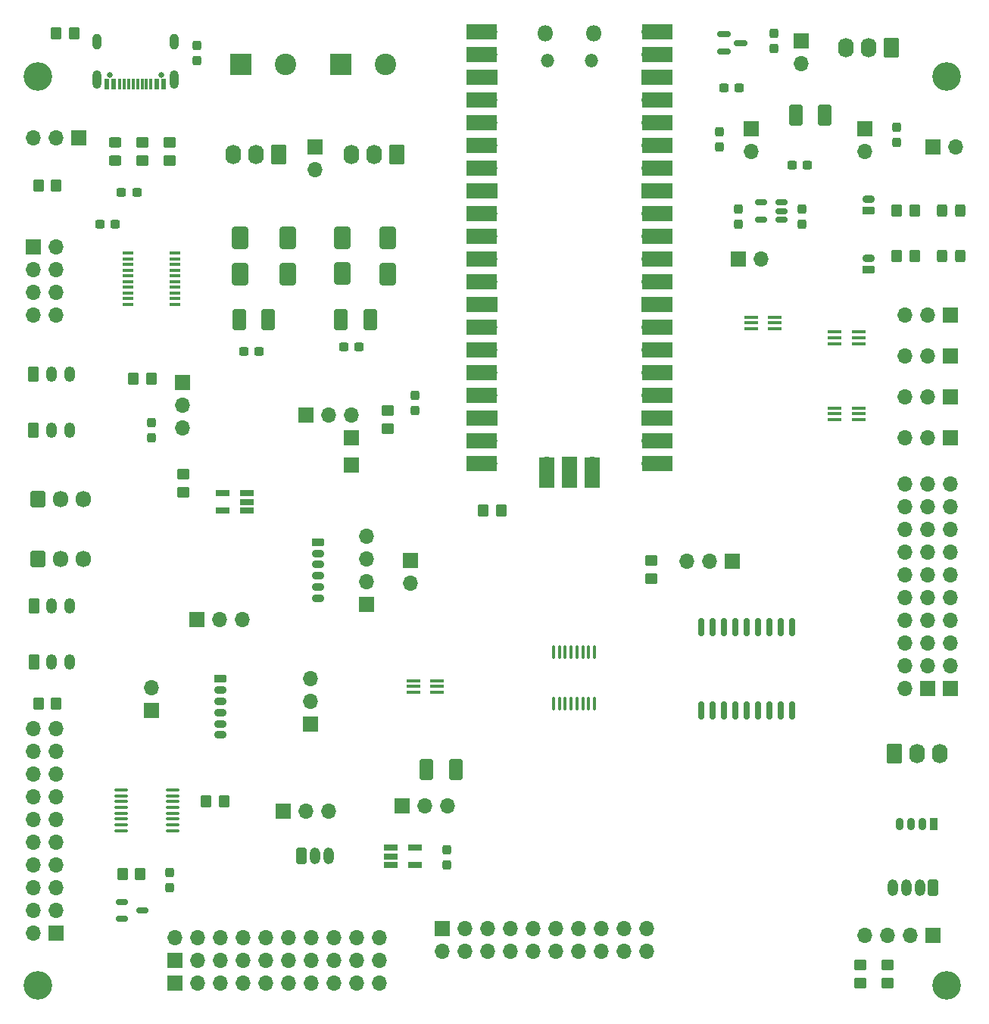
<source format=gbr>
%TF.GenerationSoftware,KiCad,Pcbnew,7.0.2*%
%TF.CreationDate,2024-12-03T13:42:34-08:00*%
%TF.ProjectId,AA_P_CtrlBd,41415f50-5f43-4747-926c-42642e6b6963,1.0*%
%TF.SameCoordinates,Original*%
%TF.FileFunction,Soldermask,Top*%
%TF.FilePolarity,Negative*%
%FSLAX46Y46*%
G04 Gerber Fmt 4.6, Leading zero omitted, Abs format (unit mm)*
G04 Created by KiCad (PCBNEW 7.0.2) date 2024-12-03 13:42:34*
%MOMM*%
%LPD*%
G01*
G04 APERTURE LIST*
G04 Aperture macros list*
%AMRoundRect*
0 Rectangle with rounded corners*
0 $1 Rounding radius*
0 $2 $3 $4 $5 $6 $7 $8 $9 X,Y pos of 4 corners*
0 Add a 4 corners polygon primitive as box body*
4,1,4,$2,$3,$4,$5,$6,$7,$8,$9,$2,$3,0*
0 Add four circle primitives for the rounded corners*
1,1,$1+$1,$2,$3*
1,1,$1+$1,$4,$5*
1,1,$1+$1,$6,$7*
1,1,$1+$1,$8,$9*
0 Add four rect primitives between the rounded corners*
20,1,$1+$1,$2,$3,$4,$5,0*
20,1,$1+$1,$4,$5,$6,$7,0*
20,1,$1+$1,$6,$7,$8,$9,0*
20,1,$1+$1,$8,$9,$2,$3,0*%
G04 Aperture macros list end*
%ADD10RoundRect,0.237500X-0.300000X-0.237500X0.300000X-0.237500X0.300000X0.237500X-0.300000X0.237500X0*%
%ADD11R,1.700000X1.700000*%
%ADD12O,1.700000X1.700000*%
%ADD13RoundRect,0.250000X-0.620000X-0.845000X0.620000X-0.845000X0.620000X0.845000X-0.620000X0.845000X0*%
%ADD14O,1.740000X2.190000*%
%ADD15RoundRect,0.225000X0.475000X-0.225000X0.475000X0.225000X-0.475000X0.225000X-0.475000X-0.225000X0*%
%ADD16O,1.400000X0.900000*%
%ADD17RoundRect,0.225000X0.225000X0.475000X-0.225000X0.475000X-0.225000X-0.475000X0.225000X-0.475000X0*%
%ADD18O,0.900000X1.400000*%
%ADD19RoundRect,0.250000X0.335000X0.685000X-0.335000X0.685000X-0.335000X-0.685000X0.335000X-0.685000X0*%
%ADD20O,1.170000X1.870000*%
%ADD21RoundRect,0.250000X0.620000X0.845000X-0.620000X0.845000X-0.620000X-0.845000X0.620000X-0.845000X0*%
%ADD22RoundRect,0.225000X-0.475000X0.225000X-0.475000X-0.225000X0.475000X-0.225000X0.475000X0.225000X0*%
%ADD23C,0.650000*%
%ADD24R,0.600000X1.150000*%
%ADD25R,0.300000X1.150000*%
%ADD26O,1.000000X1.800000*%
%ADD27O,1.000000X2.100000*%
%ADD28RoundRect,0.250000X-0.335000X-0.685000X0.335000X-0.685000X0.335000X0.685000X-0.335000X0.685000X0*%
%ADD29R,2.400000X2.400000*%
%ADD30C,2.400000*%
%ADD31RoundRect,0.250000X-0.350000X-0.625000X0.350000X-0.625000X0.350000X0.625000X-0.350000X0.625000X0*%
%ADD32O,1.200000X1.750000*%
%ADD33O,1.700000X1.850000*%
%ADD34RoundRect,0.250000X-0.600000X-0.675000X0.600000X-0.675000X0.600000X0.675000X-0.600000X0.675000X0*%
%ADD35RoundRect,0.250000X0.325000X0.450000X-0.325000X0.450000X-0.325000X-0.450000X0.325000X-0.450000X0*%
%ADD36RoundRect,0.250000X0.450000X-0.350000X0.450000X0.350000X-0.450000X0.350000X-0.450000X-0.350000X0*%
%ADD37RoundRect,0.237500X-0.237500X0.300000X-0.237500X-0.300000X0.237500X-0.300000X0.237500X0.300000X0*%
%ADD38RoundRect,0.250000X-0.350000X-0.450000X0.350000X-0.450000X0.350000X0.450000X-0.350000X0.450000X0*%
%ADD39RoundRect,0.250001X-0.499999X-0.924999X0.499999X-0.924999X0.499999X0.924999X-0.499999X0.924999X0*%
%ADD40RoundRect,0.150000X-0.587500X-0.150000X0.587500X-0.150000X0.587500X0.150000X-0.587500X0.150000X0*%
%ADD41R,1.500000X0.400000*%
%ADD42RoundRect,0.250000X0.350000X0.450000X-0.350000X0.450000X-0.350000X-0.450000X0.350000X-0.450000X0*%
%ADD43RoundRect,0.250000X-0.650000X1.000000X-0.650000X-1.000000X0.650000X-1.000000X0.650000X1.000000X0*%
%ADD44RoundRect,0.237500X0.237500X-0.300000X0.237500X0.300000X-0.237500X0.300000X-0.237500X-0.300000X0*%
%ADD45C,3.200000*%
%ADD46RoundRect,0.150000X0.512500X0.150000X-0.512500X0.150000X-0.512500X-0.150000X0.512500X-0.150000X0*%
%ADD47R,1.560000X0.650000*%
%ADD48RoundRect,0.150000X-0.512500X-0.150000X0.512500X-0.150000X0.512500X0.150000X-0.512500X0.150000X0*%
%ADD49RoundRect,0.100000X-0.100000X0.637500X-0.100000X-0.637500X0.100000X-0.637500X0.100000X0.637500X0*%
%ADD50RoundRect,0.250000X-0.450000X0.350000X-0.450000X-0.350000X0.450000X-0.350000X0.450000X0.350000X0*%
%ADD51O,1.800000X1.800000*%
%ADD52O,1.500000X1.500000*%
%ADD53R,3.500000X1.700000*%
%ADD54R,1.700000X3.500000*%
%ADD55RoundRect,0.150000X0.150000X-0.875000X0.150000X0.875000X-0.150000X0.875000X-0.150000X-0.875000X0*%
%ADD56RoundRect,0.250000X-0.450000X0.325000X-0.450000X-0.325000X0.450000X-0.325000X0.450000X0.325000X0*%
%ADD57R,1.200000X0.400000*%
%ADD58RoundRect,0.237500X0.300000X0.237500X-0.300000X0.237500X-0.300000X-0.237500X0.300000X-0.237500X0*%
%ADD59RoundRect,0.100000X0.637500X0.100000X-0.637500X0.100000X-0.637500X-0.100000X0.637500X-0.100000X0*%
G04 APERTURE END LIST*
D10*
%TO.C,C11*%
X102555500Y-53848000D03*
X104280500Y-53848000D03*
%TD*%
D11*
%TO.C,SPARE1*%
X108503000Y-142240000D03*
D12*
X111043000Y-142240000D03*
X113583000Y-142240000D03*
X116123000Y-142240000D03*
X118663000Y-142240000D03*
X121203000Y-142240000D03*
X123743000Y-142240000D03*
X126283000Y-142240000D03*
X128823000Y-142240000D03*
X131363000Y-142240000D03*
%TD*%
D11*
%TO.C,SPARE2*%
X108503000Y-139700000D03*
D12*
X108503000Y-137160000D03*
X111043000Y-139700000D03*
X111043000Y-137160000D03*
X113583000Y-139700000D03*
X113583000Y-137160000D03*
X116123000Y-139700000D03*
X116123000Y-137160000D03*
X118663000Y-139700000D03*
X118663000Y-137160000D03*
X121203000Y-139700000D03*
X121203000Y-137160000D03*
X123743000Y-139700000D03*
X123743000Y-137160000D03*
X126283000Y-139700000D03*
X126283000Y-137160000D03*
X128823000Y-139700000D03*
X128823000Y-137160000D03*
X131363000Y-139700000D03*
X131363000Y-137160000D03*
%TD*%
D13*
%TO.C,J38*%
X189016000Y-116606000D03*
D14*
X191556000Y-116606000D03*
X194096000Y-116606000D03*
%TD*%
D11*
%TO.C,J37*%
X195239000Y-109347000D03*
D12*
X195239000Y-106807000D03*
X195239000Y-104267000D03*
X195239000Y-101727000D03*
X195239000Y-99187000D03*
X195239000Y-96647000D03*
X195239000Y-94107000D03*
X195239000Y-91567000D03*
X195239000Y-89027000D03*
X195239000Y-86487000D03*
%TD*%
D15*
%TO.C,J36*%
X186095000Y-55880000D03*
D16*
X186095000Y-54630000D03*
%TD*%
D15*
%TO.C,J35*%
X186095000Y-62484000D03*
D16*
X186095000Y-61234000D03*
%TD*%
D11*
%TO.C,J34*%
X192699000Y-109347000D03*
D12*
X190159000Y-109347000D03*
X192699000Y-106807000D03*
X190159000Y-106807000D03*
X192699000Y-104267000D03*
X190159000Y-104267000D03*
X192699000Y-101727000D03*
X190159000Y-101727000D03*
X192699000Y-99187000D03*
X190159000Y-99187000D03*
X192699000Y-96647000D03*
X190159000Y-96647000D03*
X192699000Y-94107000D03*
X190159000Y-94107000D03*
X192699000Y-91567000D03*
X190159000Y-91567000D03*
X192699000Y-89027000D03*
X190159000Y-89027000D03*
X192699000Y-86487000D03*
X190159000Y-86487000D03*
%TD*%
D11*
%TO.C,J33*%
X195239000Y-67564000D03*
D12*
X192699000Y-67564000D03*
X190159000Y-67564000D03*
%TD*%
D11*
%TO.C,J32*%
X195239000Y-72136000D03*
D12*
X192699000Y-72136000D03*
X190159000Y-72136000D03*
%TD*%
D11*
%TO.C,J29*%
X138419200Y-136144000D03*
D12*
X138419200Y-138684000D03*
X140959200Y-136144000D03*
X140959200Y-138684000D03*
X143499200Y-136144000D03*
X143499200Y-138684000D03*
X146039200Y-136144000D03*
X146039200Y-138684000D03*
X148579200Y-136144000D03*
X148579200Y-138684000D03*
X151119200Y-136144000D03*
X151119200Y-138684000D03*
X153659200Y-136144000D03*
X153659200Y-138684000D03*
X156199200Y-136144000D03*
X156199200Y-138684000D03*
X158739200Y-136144000D03*
X158739200Y-138684000D03*
X161279200Y-136144000D03*
X161279200Y-138684000D03*
%TD*%
D17*
%TO.C,J28*%
X193348173Y-124502976D03*
D18*
X192098173Y-124502976D03*
X190848173Y-124502976D03*
X189598173Y-124502976D03*
%TD*%
D19*
%TO.C,J27*%
X193334000Y-131572000D03*
D20*
X191834000Y-131572000D03*
X190334000Y-131572000D03*
X188834000Y-131572000D03*
%TD*%
D11*
%TO.C,J26*%
X193334000Y-136906000D03*
D12*
X190794000Y-136906000D03*
X188254000Y-136906000D03*
X185714000Y-136906000D03*
%TD*%
D21*
%TO.C,J25*%
X188635000Y-37719000D03*
D14*
X186095000Y-37719000D03*
X183555000Y-37719000D03*
%TD*%
D11*
%TO.C,J24*%
X185714000Y-46736000D03*
D12*
X185714000Y-49276000D03*
%TD*%
D11*
%TO.C,J23*%
X173014000Y-46736000D03*
D12*
X173014000Y-49276000D03*
%TD*%
D11*
%TO.C,J22*%
X123738000Y-113269000D03*
D12*
X123738000Y-110729000D03*
X123738000Y-108189000D03*
%TD*%
D22*
%TO.C,J21*%
X113586000Y-108254000D03*
D16*
X113586000Y-109504000D03*
X113586000Y-110754000D03*
X113586000Y-112004000D03*
X113586000Y-113254000D03*
X113586000Y-114504000D03*
%TD*%
D11*
%TO.C,J20*%
X178602000Y-36957000D03*
D12*
X178602000Y-39497000D03*
%TD*%
D23*
%TO.C,J19*%
X107003156Y-40707242D03*
X101223156Y-40707242D03*
D24*
X107313156Y-41782242D03*
X106513156Y-41782242D03*
D25*
X105363156Y-41782242D03*
X104363156Y-41782242D03*
X103863156Y-41782242D03*
X102863156Y-41782242D03*
D24*
X100913156Y-41782242D03*
X101713156Y-41782242D03*
D25*
X102363156Y-41782242D03*
X103363156Y-41782242D03*
X104863156Y-41782242D03*
X105863156Y-41782242D03*
D26*
X108433156Y-37027242D03*
X99793156Y-37027242D03*
D27*
X108433156Y-41207242D03*
X99793156Y-41207242D03*
%TD*%
D11*
%TO.C,J18*%
X128310000Y-84328000D03*
%TD*%
%TO.C,J17*%
X128310000Y-81280000D03*
%TD*%
D22*
%TO.C,J16*%
X124507909Y-92950805D03*
D16*
X124507909Y-94200805D03*
X124507909Y-95450805D03*
X124507909Y-96700805D03*
X124507909Y-97950805D03*
X124507909Y-99200805D03*
%TD*%
D12*
%TO.C,J15*%
X95285000Y-67564000D03*
X92745000Y-67564000D03*
X95285000Y-65024000D03*
X92745000Y-65024000D03*
X95285000Y-62484000D03*
X92745000Y-62484000D03*
X95285000Y-59944000D03*
D11*
X92745000Y-59944000D03*
%TD*%
%TO.C,J14*%
X129961000Y-99949000D03*
D12*
X129961000Y-97409000D03*
X129961000Y-94869000D03*
X129961000Y-92329000D03*
%TD*%
D28*
%TO.C,J13*%
X122722000Y-128016000D03*
D20*
X124222000Y-128016000D03*
X125722000Y-128016000D03*
%TD*%
D11*
%TO.C,J12*%
X95290000Y-136652000D03*
D12*
X92750000Y-136652000D03*
X95290000Y-134112000D03*
X92750000Y-134112000D03*
X95290000Y-131572000D03*
X92750000Y-131572000D03*
X95290000Y-129032000D03*
X92750000Y-129032000D03*
X95290000Y-126492000D03*
X92750000Y-126492000D03*
X95290000Y-123952000D03*
X92750000Y-123952000D03*
X95290000Y-121412000D03*
X92750000Y-121412000D03*
X95290000Y-118872000D03*
X92750000Y-118872000D03*
X95290000Y-116332000D03*
X92750000Y-116332000D03*
X95290000Y-113792000D03*
X92750000Y-113792000D03*
%TD*%
D21*
%TO.C,J11*%
X133390000Y-49637000D03*
D14*
X130850000Y-49637000D03*
X128310000Y-49637000D03*
%TD*%
D21*
%TO.C,J10*%
X120182000Y-49637000D03*
D14*
X117642000Y-49637000D03*
X115102000Y-49637000D03*
%TD*%
D11*
%TO.C,J9*%
X120690000Y-123063000D03*
D12*
X123230000Y-123063000D03*
X125770000Y-123063000D03*
%TD*%
D29*
%TO.C,J8*%
X127080000Y-39578000D03*
D30*
X132080000Y-39578000D03*
%TD*%
D29*
%TO.C,J7*%
X115904000Y-39578000D03*
D30*
X120904000Y-39578000D03*
%TD*%
D31*
%TO.C,J6*%
X92782000Y-106384000D03*
D32*
X94782000Y-106384000D03*
X96782000Y-106384000D03*
%TD*%
%TO.C,J5*%
X96782000Y-100100800D03*
X94782000Y-100100800D03*
D31*
X92782000Y-100100800D03*
%TD*%
D33*
%TO.C,J3*%
X98258000Y-88134400D03*
X95758000Y-88134400D03*
D34*
X93258000Y-88134400D03*
%TD*%
D32*
%TO.C,J2*%
X96750000Y-80451200D03*
X94750000Y-80451200D03*
D31*
X92750000Y-80451200D03*
%TD*%
D35*
%TO.C,D7*%
X196351000Y-55880000D03*
X194301000Y-55880000D03*
%TD*%
D36*
%TO.C,R7*%
X132334000Y-80264000D03*
X132334000Y-78264000D03*
%TD*%
D11*
%TO.C,JP4*%
X171570709Y-61333099D03*
D12*
X174110709Y-61333099D03*
%TD*%
D11*
%TO.C,JP2*%
X134914000Y-94991000D03*
D12*
X134914000Y-97531000D03*
%TD*%
D37*
%TO.C,C10*%
X110998000Y-37391000D03*
X110998000Y-39116000D03*
%TD*%
D38*
%TO.C,R11*%
X103918000Y-74676000D03*
X105918000Y-74676000D03*
%TD*%
%TO.C,R4*%
X95282000Y-36068000D03*
X97282000Y-36068000D03*
%TD*%
D39*
%TO.C,C22*%
X177953000Y-45212000D03*
X181203000Y-45212000D03*
%TD*%
D40*
%TO.C,Q1*%
X169926000Y-36200000D03*
X169926000Y-38100000D03*
X171801000Y-37150000D03*
%TD*%
D41*
%TO.C,U10*%
X182312000Y-69454000D03*
X182312000Y-70104000D03*
X182312000Y-70754000D03*
X184972000Y-70754000D03*
X184972000Y-70104000D03*
X184972000Y-69454000D03*
%TD*%
D42*
%TO.C,R5*%
X114046000Y-121920000D03*
X112046000Y-121920000D03*
%TD*%
D43*
%TO.C,D5*%
X132334000Y-58960000D03*
X132334000Y-62960000D03*
%TD*%
D10*
%TO.C,C5*%
X127407500Y-71120000D03*
X129132500Y-71120000D03*
%TD*%
D11*
%TO.C,OP6*%
X170840000Y-95123000D03*
D12*
X168300000Y-95123000D03*
X165760000Y-95123000D03*
%TD*%
D42*
%TO.C,R2*%
X95274000Y-110998000D03*
X93274000Y-110998000D03*
%TD*%
D11*
%TO.C,OP3*%
X109387000Y-75072000D03*
D12*
X109387000Y-77612000D03*
X109387000Y-80152000D03*
%TD*%
D11*
%TO.C,OP2*%
X123179820Y-78741539D03*
D12*
X125719820Y-78741539D03*
X128259820Y-78741539D03*
%TD*%
D44*
%TO.C,C18*%
X171570000Y-57404000D03*
X171570000Y-55679000D03*
%TD*%
D45*
%TO.C,H4*%
X93218000Y-40894000D03*
%TD*%
D46*
%TO.C,U6*%
X176385000Y-56896000D03*
X176385000Y-55946000D03*
X176385000Y-54996000D03*
X174110000Y-54996000D03*
X174110000Y-56896000D03*
%TD*%
D37*
%TO.C,C8*%
X138914000Y-127307000D03*
X138914000Y-129032000D03*
%TD*%
D35*
%TO.C,D6*%
X196360000Y-60960000D03*
X194310000Y-60960000D03*
%TD*%
D36*
%TO.C,R3*%
X109474000Y-87344000D03*
X109474000Y-85344000D03*
%TD*%
D47*
%TO.C,U2*%
X116586000Y-89408000D03*
X116586000Y-88458000D03*
X116586000Y-87508000D03*
X113886000Y-87508000D03*
X113886000Y-89408000D03*
%TD*%
D48*
%TO.C,D3*%
X102627000Y-133162000D03*
X102627000Y-135062000D03*
X104902000Y-134112000D03*
%TD*%
D11*
%TO.C,JP1*%
X124246000Y-48763000D03*
D12*
X124246000Y-51303000D03*
%TD*%
D11*
%TO.C,JP3*%
X105958000Y-111760000D03*
D12*
X105958000Y-109220000D03*
%TD*%
D42*
%TO.C,R10*%
X145018000Y-89408000D03*
X143018000Y-89408000D03*
%TD*%
D49*
%TO.C,U7*%
X155437000Y-105241500D03*
X154787000Y-105241500D03*
X154137000Y-105241500D03*
X153487000Y-105241500D03*
X152837000Y-105241500D03*
X152187000Y-105241500D03*
X151537000Y-105241500D03*
X150887000Y-105241500D03*
X150887000Y-110966500D03*
X151537000Y-110966500D03*
X152187000Y-110966500D03*
X152837000Y-110966500D03*
X153487000Y-110966500D03*
X154137000Y-110966500D03*
X154787000Y-110966500D03*
X155437000Y-110966500D03*
%TD*%
D33*
%TO.C,J4*%
X98258000Y-94817600D03*
X95758000Y-94817600D03*
D34*
X93258000Y-94817600D03*
%TD*%
D11*
%TO.C,OP4*%
X97815000Y-47752000D03*
D12*
X95275000Y-47752000D03*
X92735000Y-47752000D03*
%TD*%
D50*
%TO.C,R6*%
X104902000Y-48292000D03*
X104902000Y-50292000D03*
%TD*%
D11*
%TO.C,OP1*%
X133913000Y-122428000D03*
D12*
X136453000Y-122428000D03*
X138993000Y-122428000D03*
%TD*%
D39*
%TO.C,C1*%
X115722500Y-68072000D03*
X118972500Y-68072000D03*
%TD*%
D38*
%TO.C,R1*%
X102659000Y-130048000D03*
X104659000Y-130048000D03*
%TD*%
D37*
%TO.C,C19*%
X169418000Y-47043000D03*
X169418000Y-48768000D03*
%TD*%
D47*
%TO.C,U4*%
X132658000Y-127132000D03*
X132658000Y-128082000D03*
X132658000Y-129032000D03*
X135358000Y-129032000D03*
X135358000Y-127132000D03*
%TD*%
D10*
%TO.C,C16*%
X169926000Y-42164000D03*
X171651000Y-42164000D03*
%TD*%
D11*
%TO.C,J30*%
X195239000Y-81280000D03*
D12*
X192699000Y-81280000D03*
X190159000Y-81280000D03*
%TD*%
D11*
%TO.C,J31*%
X195239000Y-76708000D03*
D12*
X192699000Y-76708000D03*
X190159000Y-76708000D03*
%TD*%
D51*
%TO.C,U5*%
X149929000Y-36072000D03*
D52*
X150229000Y-39102000D03*
X155079000Y-39102000D03*
D51*
X155379000Y-36072000D03*
D12*
X143764000Y-35942000D03*
D53*
X142864000Y-35942000D03*
D12*
X143764000Y-38482000D03*
D53*
X142864000Y-38482000D03*
D11*
X143764000Y-41022000D03*
D53*
X142864000Y-41022000D03*
D12*
X143764000Y-43562000D03*
D53*
X142864000Y-43562000D03*
D12*
X143764000Y-46102000D03*
D53*
X142864000Y-46102000D03*
D12*
X143764000Y-48642000D03*
D53*
X142864000Y-48642000D03*
D12*
X143764000Y-51182000D03*
D53*
X142864000Y-51182000D03*
D11*
X143764000Y-53722000D03*
D53*
X142864000Y-53722000D03*
D12*
X143764000Y-56262000D03*
D53*
X142864000Y-56262000D03*
D12*
X143764000Y-58802000D03*
D53*
X142864000Y-58802000D03*
D12*
X143764000Y-61342000D03*
D53*
X142864000Y-61342000D03*
D12*
X143764000Y-63882000D03*
D53*
X142864000Y-63882000D03*
D11*
X143764000Y-66422000D03*
D53*
X142864000Y-66422000D03*
D12*
X143764000Y-68962000D03*
D53*
X142864000Y-68962000D03*
D12*
X143764000Y-71502000D03*
D53*
X142864000Y-71502000D03*
D12*
X143764000Y-74042000D03*
D53*
X142864000Y-74042000D03*
D12*
X143764000Y-76582000D03*
D53*
X142864000Y-76582000D03*
D11*
X143764000Y-79122000D03*
D53*
X142864000Y-79122000D03*
D12*
X143764000Y-81662000D03*
D53*
X142864000Y-81662000D03*
D12*
X143764000Y-84202000D03*
D53*
X142864000Y-84202000D03*
D12*
X161544000Y-84202000D03*
D53*
X162444000Y-84202000D03*
D12*
X161544000Y-81662000D03*
D53*
X162444000Y-81662000D03*
D11*
X161544000Y-79122000D03*
D53*
X162444000Y-79122000D03*
D12*
X161544000Y-76582000D03*
D53*
X162444000Y-76582000D03*
D12*
X161544000Y-74042000D03*
D53*
X162444000Y-74042000D03*
D12*
X161544000Y-71502000D03*
D53*
X162444000Y-71502000D03*
D12*
X161544000Y-68962000D03*
D53*
X162444000Y-68962000D03*
D11*
X161544000Y-66422000D03*
D53*
X162444000Y-66422000D03*
D12*
X161544000Y-63882000D03*
D53*
X162444000Y-63882000D03*
D12*
X161544000Y-61342000D03*
D53*
X162444000Y-61342000D03*
D12*
X161544000Y-58802000D03*
D53*
X162444000Y-58802000D03*
D12*
X161544000Y-56262000D03*
D53*
X162444000Y-56262000D03*
D11*
X161544000Y-53722000D03*
D53*
X162444000Y-53722000D03*
D12*
X161544000Y-51182000D03*
D53*
X162444000Y-51182000D03*
D12*
X161544000Y-48642000D03*
D53*
X162444000Y-48642000D03*
D12*
X161544000Y-46102000D03*
D53*
X162444000Y-46102000D03*
D12*
X161544000Y-43562000D03*
D53*
X162444000Y-43562000D03*
D11*
X161544000Y-41022000D03*
D53*
X162444000Y-41022000D03*
D12*
X161544000Y-38482000D03*
D53*
X162444000Y-38482000D03*
D12*
X161544000Y-35942000D03*
D53*
X162444000Y-35942000D03*
D12*
X150118000Y-84242000D03*
D54*
X150118000Y-85142000D03*
D11*
X152658000Y-84242000D03*
D54*
X152658000Y-85142000D03*
D12*
X155198000Y-84242000D03*
D54*
X155198000Y-85142000D03*
%TD*%
D55*
%TO.C,U9*%
X167386000Y-111760000D03*
X168656000Y-111760000D03*
X169926000Y-111760000D03*
X171196000Y-111760000D03*
X172466000Y-111760000D03*
X173736000Y-111760000D03*
X175006000Y-111760000D03*
X176276000Y-111760000D03*
X177546000Y-111760000D03*
X177546000Y-102460000D03*
X176276000Y-102460000D03*
X175006000Y-102460000D03*
X173736000Y-102460000D03*
X172466000Y-102460000D03*
X171196000Y-102460000D03*
X169926000Y-102460000D03*
X168656000Y-102460000D03*
X167386000Y-102460000D03*
%TD*%
D50*
%TO.C,R13*%
X185166000Y-140224000D03*
X185166000Y-142224000D03*
%TD*%
D11*
%TO.C,OP5*%
X110974912Y-101610729D03*
D12*
X113514912Y-101610729D03*
X116054912Y-101610729D03*
%TD*%
D44*
%TO.C,C3*%
X107961000Y-131572000D03*
X107961000Y-129847000D03*
%TD*%
D45*
%TO.C,H2*%
X194818000Y-142494000D03*
%TD*%
D44*
%TO.C,C9*%
X135382000Y-78232000D03*
X135382000Y-76507000D03*
%TD*%
D56*
%TO.C,L1*%
X101854000Y-48242000D03*
X101854000Y-50292000D03*
%TD*%
D43*
%TO.C,D4*%
X121158000Y-58960000D03*
X121158000Y-62960000D03*
%TD*%
D50*
%TO.C,R8*%
X107950000Y-48292000D03*
X107950000Y-50292000D03*
%TD*%
D39*
%TO.C,C2*%
X127100500Y-68072000D03*
X130350500Y-68072000D03*
%TD*%
D36*
%TO.C,R14*%
X161798000Y-97028000D03*
X161798000Y-95028000D03*
%TD*%
D10*
%TO.C,C17*%
X177546000Y-50800000D03*
X179271000Y-50800000D03*
%TD*%
D43*
%TO.C,D2*%
X127254000Y-58928000D03*
X127254000Y-62928000D03*
%TD*%
D44*
%TO.C,C14*%
X178682000Y-57404000D03*
X178682000Y-55679000D03*
%TD*%
D57*
%TO.C,U3*%
X103318000Y-60642500D03*
X103318000Y-61277500D03*
X103318000Y-61912500D03*
X103318000Y-62547500D03*
X103318000Y-63182500D03*
X103318000Y-63817500D03*
X103318000Y-64452500D03*
X103318000Y-65087500D03*
X103318000Y-65722500D03*
X103318000Y-66357500D03*
X108518000Y-66357500D03*
X108518000Y-65722500D03*
X108518000Y-65087500D03*
X108518000Y-64452500D03*
X108518000Y-63817500D03*
X108518000Y-63182500D03*
X108518000Y-62547500D03*
X108518000Y-61912500D03*
X108518000Y-61277500D03*
X108518000Y-60642500D03*
%TD*%
D41*
%TO.C,U12*%
X137832000Y-109728000D03*
X137832000Y-109078000D03*
X137832000Y-108428000D03*
X135172000Y-108428000D03*
X135172000Y-109078000D03*
X135172000Y-109728000D03*
%TD*%
D45*
%TO.C,H3*%
X194818000Y-40894000D03*
%TD*%
D41*
%TO.C,U8*%
X172974000Y-67788000D03*
X172974000Y-68438000D03*
X172974000Y-69088000D03*
X175634000Y-69088000D03*
X175634000Y-68438000D03*
X175634000Y-67788000D03*
%TD*%
D11*
%TO.C,JP5*%
X193329000Y-48768000D03*
D12*
X195869000Y-48768000D03*
%TD*%
D44*
%TO.C,C20*%
X105918000Y-81280000D03*
X105918000Y-79555000D03*
%TD*%
D42*
%TO.C,R16*%
X191221000Y-55880000D03*
X189221000Y-55880000D03*
%TD*%
D45*
%TO.C,H1*%
X93218000Y-142494000D03*
%TD*%
D43*
%TO.C,D1*%
X115787500Y-58960000D03*
X115787500Y-62960000D03*
%TD*%
D42*
%TO.C,R15*%
X191262000Y-60960000D03*
X189262000Y-60960000D03*
%TD*%
D58*
%TO.C,C12*%
X101894000Y-57404000D03*
X100169000Y-57404000D03*
%TD*%
D37*
%TO.C,C13*%
X175514000Y-36068000D03*
X175514000Y-37793000D03*
%TD*%
D50*
%TO.C,R12*%
X188214000Y-140240000D03*
X188214000Y-142240000D03*
%TD*%
D31*
%TO.C,J1*%
X92750000Y-74168000D03*
D32*
X94750000Y-74168000D03*
X96750000Y-74168000D03*
%TD*%
D44*
%TO.C,C21*%
X189230000Y-48260000D03*
X189230000Y-46535000D03*
%TD*%
D41*
%TO.C,U11*%
X184972000Y-79248000D03*
X184972000Y-78598000D03*
X184972000Y-77948000D03*
X182312000Y-77948000D03*
X182312000Y-78598000D03*
X182312000Y-79248000D03*
%TD*%
D59*
%TO.C,U1*%
X108272500Y-125211000D03*
X108272500Y-124561000D03*
X108272500Y-123911000D03*
X108272500Y-123261000D03*
X108272500Y-122611000D03*
X108272500Y-121961000D03*
X108272500Y-121311000D03*
X108272500Y-120661000D03*
X102547500Y-120661000D03*
X102547500Y-121311000D03*
X102547500Y-121961000D03*
X102547500Y-122611000D03*
X102547500Y-123261000D03*
X102547500Y-123911000D03*
X102547500Y-124561000D03*
X102547500Y-125211000D03*
%TD*%
D38*
%TO.C,R9*%
X93274000Y-53086000D03*
X95274000Y-53086000D03*
%TD*%
D10*
%TO.C,C4*%
X116231500Y-71628000D03*
X117956500Y-71628000D03*
%TD*%
D39*
%TO.C,C6*%
X136680000Y-118364000D03*
X139930000Y-118364000D03*
%TD*%
M02*

</source>
